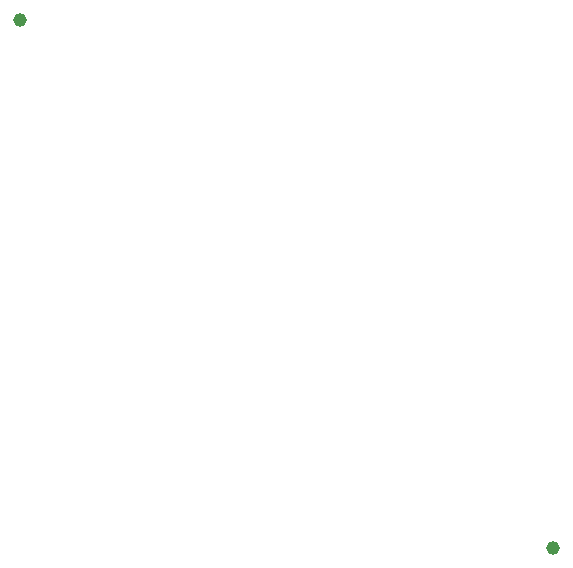
<source format=gbr>
%TF.GenerationSoftware,Altium Limited,Altium Designer,21.4.1 (30)*%
G04 Layer_Color=0*
%FSLAX26Y26*%
%MOIN*%
%TF.SameCoordinates,1ED331C9-AAA6-4E36-89CA-E609260C48EE*%
%TF.FilePolarity,Positive*%
%TF.FileFunction,NonPlated,1,4,NPTH,Drill*%
%TF.Part,Single*%
G01*
G75*
%TA.AperFunction,OtherDrill,Pad Free-TH (2580.709mil,307.087mil)*%
%ADD73C,0.045354*%
%TA.AperFunction,OtherDrill,Pad Free-TH (807.087mil,2066.929mil)*%
%ADD74C,0.045354*%
D73*
X2580709Y307087D02*
D03*
D74*
X807087Y2066929D02*
D03*
%TF.MD5,fcd50e8bdfcaadb2943e27c8295b6ee9*%
M02*

</source>
